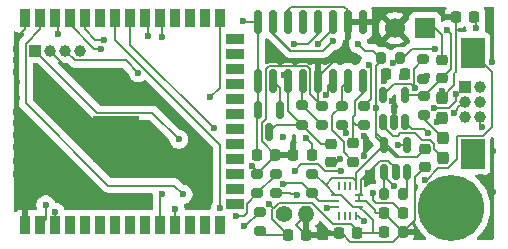
<source format=gtl>
G04 #@! TF.GenerationSoftware,KiCad,Pcbnew,9.0.1-9.0.1-0~ubuntu22.04.1*
G04 #@! TF.CreationDate,2025-06-25T02:31:38+02:00*
G04 #@! TF.ProjectId,powermeter2.1,706f7765-726d-4657-9465-72322e312e6b,rev?*
G04 #@! TF.SameCoordinates,Original*
G04 #@! TF.FileFunction,Copper,L1,Top*
G04 #@! TF.FilePolarity,Positive*
%FSLAX46Y46*%
G04 Gerber Fmt 4.6, Leading zero omitted, Abs format (unit mm)*
G04 Created by KiCad (PCBNEW 9.0.1-9.0.1-0~ubuntu22.04.1) date 2025-06-25 02:31:38*
%MOMM*%
%LPD*%
G01*
G04 APERTURE LIST*
G04 Aperture macros list*
%AMRoundRect*
0 Rectangle with rounded corners*
0 $1 Rounding radius*
0 $2 $3 $4 $5 $6 $7 $8 $9 X,Y pos of 4 corners*
0 Add a 4 corners polygon primitive as box body*
4,1,4,$2,$3,$4,$5,$6,$7,$8,$9,$2,$3,0*
0 Add four circle primitives for the rounded corners*
1,1,$1+$1,$2,$3*
1,1,$1+$1,$4,$5*
1,1,$1+$1,$6,$7*
1,1,$1+$1,$8,$9*
0 Add four rect primitives between the rounded corners*
20,1,$1+$1,$2,$3,$4,$5,0*
20,1,$1+$1,$4,$5,$6,$7,0*
20,1,$1+$1,$6,$7,$8,$9,0*
20,1,$1+$1,$8,$9,$2,$3,0*%
G04 Aperture macros list end*
G04 #@! TA.AperFunction,SMDPad,CuDef*
%ADD10RoundRect,0.200000X0.275000X-0.200000X0.275000X0.200000X-0.275000X0.200000X-0.275000X-0.200000X0*%
G04 #@! TD*
G04 #@! TA.AperFunction,ComponentPad*
%ADD11R,1.000000X1.000000*%
G04 #@! TD*
G04 #@! TA.AperFunction,ComponentPad*
%ADD12C,1.000000*%
G04 #@! TD*
G04 #@! TA.AperFunction,SMDPad,CuDef*
%ADD13RoundRect,0.200000X-0.200000X-0.275000X0.200000X-0.275000X0.200000X0.275000X-0.200000X0.275000X0*%
G04 #@! TD*
G04 #@! TA.AperFunction,SMDPad,CuDef*
%ADD14RoundRect,0.225000X-0.225000X-0.250000X0.225000X-0.250000X0.225000X0.250000X-0.225000X0.250000X0*%
G04 #@! TD*
G04 #@! TA.AperFunction,SMDPad,CuDef*
%ADD15RoundRect,0.150000X0.150000X-0.512500X0.150000X0.512500X-0.150000X0.512500X-0.150000X-0.512500X0*%
G04 #@! TD*
G04 #@! TA.AperFunction,SMDPad,CuDef*
%ADD16RoundRect,0.225000X-0.250000X0.225000X-0.250000X-0.225000X0.250000X-0.225000X0.250000X0.225000X0*%
G04 #@! TD*
G04 #@! TA.AperFunction,SMDPad,CuDef*
%ADD17RoundRect,0.237500X-0.237500X0.287500X-0.237500X-0.287500X0.237500X-0.287500X0.237500X0.287500X0*%
G04 #@! TD*
G04 #@! TA.AperFunction,SMDPad,CuDef*
%ADD18RoundRect,0.150000X0.150000X-0.850000X0.150000X0.850000X-0.150000X0.850000X-0.150000X-0.850000X0*%
G04 #@! TD*
G04 #@! TA.AperFunction,SMDPad,CuDef*
%ADD19RoundRect,0.200000X-0.275000X0.200000X-0.275000X-0.200000X0.275000X-0.200000X0.275000X0.200000X0*%
G04 #@! TD*
G04 #@! TA.AperFunction,ComponentPad*
%ADD20R,1.700000X1.700000*%
G04 #@! TD*
G04 #@! TA.AperFunction,ComponentPad*
%ADD21C,1.700000*%
G04 #@! TD*
G04 #@! TA.AperFunction,SMDPad,CuDef*
%ADD22R,0.250000X0.675000*%
G04 #@! TD*
G04 #@! TA.AperFunction,SMDPad,CuDef*
%ADD23R,0.675000X0.250000*%
G04 #@! TD*
G04 #@! TA.AperFunction,ComponentPad*
%ADD24C,1.400000*%
G04 #@! TD*
G04 #@! TA.AperFunction,ComponentPad*
%ADD25O,1.400000X1.400000*%
G04 #@! TD*
G04 #@! TA.AperFunction,ComponentPad*
%ADD26C,5.600000*%
G04 #@! TD*
G04 #@! TA.AperFunction,SMDPad,CuDef*
%ADD27RoundRect,0.225000X0.225000X0.250000X-0.225000X0.250000X-0.225000X-0.250000X0.225000X-0.250000X0*%
G04 #@! TD*
G04 #@! TA.AperFunction,SMDPad,CuDef*
%ADD28RoundRect,0.218750X0.256250X-0.218750X0.256250X0.218750X-0.256250X0.218750X-0.256250X-0.218750X0*%
G04 #@! TD*
G04 #@! TA.AperFunction,SMDPad,CuDef*
%ADD29RoundRect,0.218750X-0.218750X-0.256250X0.218750X-0.256250X0.218750X0.256250X-0.218750X0.256250X0*%
G04 #@! TD*
G04 #@! TA.AperFunction,SMDPad,CuDef*
%ADD30R,2.000000X2.500000*%
G04 #@! TD*
G04 #@! TA.AperFunction,SMDPad,CuDef*
%ADD31RoundRect,0.237500X0.237500X-0.287500X0.237500X0.287500X-0.237500X0.287500X-0.237500X-0.287500X0*%
G04 #@! TD*
G04 #@! TA.AperFunction,SMDPad,CuDef*
%ADD32R,0.900000X1.500000*%
G04 #@! TD*
G04 #@! TA.AperFunction,SMDPad,CuDef*
%ADD33R,1.500000X0.900000*%
G04 #@! TD*
G04 #@! TA.AperFunction,HeatsinkPad*
%ADD34C,0.600000*%
G04 #@! TD*
G04 #@! TA.AperFunction,HeatsinkPad*
%ADD35R,3.900000X3.900000*%
G04 #@! TD*
G04 #@! TA.AperFunction,SMDPad,CuDef*
%ADD36RoundRect,0.150000X-0.150000X0.587500X-0.150000X-0.587500X0.150000X-0.587500X0.150000X0.587500X0*%
G04 #@! TD*
G04 #@! TA.AperFunction,SMDPad,CuDef*
%ADD37RoundRect,0.225000X0.250000X-0.225000X0.250000X0.225000X-0.250000X0.225000X-0.250000X-0.225000X0*%
G04 #@! TD*
G04 #@! TA.AperFunction,ViaPad*
%ADD38C,0.600000*%
G04 #@! TD*
G04 #@! TA.AperFunction,Conductor*
%ADD39C,0.200000*%
G04 #@! TD*
G04 APERTURE END LIST*
D10*
X160315000Y-116975000D03*
X160315000Y-115325000D03*
D11*
X168880000Y-113710000D03*
D12*
X170150000Y-113710000D03*
X168880000Y-114980000D03*
X170150000Y-114980000D03*
X168880000Y-116250000D03*
X170150000Y-116250000D03*
D13*
X161750000Y-111325000D03*
X163400000Y-111325000D03*
D10*
X152875000Y-122750000D03*
X152875000Y-121100000D03*
D14*
X153875000Y-126300000D03*
X155425000Y-126300000D03*
D10*
X151300000Y-122750000D03*
X151300000Y-121100000D03*
D11*
X132500000Y-110687500D03*
D12*
X133770000Y-110687500D03*
X135040000Y-110687500D03*
X136310000Y-110687500D03*
D15*
X161925000Y-116700000D03*
X162875000Y-116700000D03*
X163825000Y-116700000D03*
X163825000Y-114425000D03*
X161925000Y-114425000D03*
D16*
X157565000Y-118550000D03*
X157565000Y-120100000D03*
X159390000Y-118500000D03*
X159390000Y-120050000D03*
D17*
X166925000Y-114650000D03*
X166925000Y-116400000D03*
D14*
X162050000Y-124425000D03*
X163600000Y-124425000D03*
X154325000Y-119500000D03*
X155875000Y-119500000D03*
D18*
X151330000Y-113225000D03*
X152600000Y-113225000D03*
X153870000Y-113225000D03*
X155140000Y-113225000D03*
X156410000Y-113225000D03*
X157680000Y-113225000D03*
X158950000Y-113225000D03*
X160220000Y-113225000D03*
X160220000Y-108225000D03*
X158950000Y-108225000D03*
X157680000Y-108225000D03*
X156410000Y-108225000D03*
X155140000Y-108225000D03*
X153870000Y-108225000D03*
X152600000Y-108225000D03*
X151330000Y-108225000D03*
D14*
X162050000Y-126025000D03*
X163600000Y-126025000D03*
D19*
X165350000Y-111400000D03*
X165350000Y-113050000D03*
D20*
X165475000Y-108750000D03*
D21*
X162935000Y-108750000D03*
D22*
X158167500Y-124620000D03*
X158667500Y-124620000D03*
X159167500Y-124620000D03*
X159667500Y-124620000D03*
D23*
X159930000Y-123857500D03*
X159930000Y-123357500D03*
X159930000Y-122857500D03*
D22*
X159667500Y-122095000D03*
X159167500Y-122095000D03*
X158667500Y-122095000D03*
X158167500Y-122095000D03*
D23*
X157905000Y-122857500D03*
X157905000Y-123357500D03*
X157905000Y-123857500D03*
D24*
X153545000Y-124525000D03*
D25*
X155445000Y-124525000D03*
D26*
X167725000Y-124000000D03*
D27*
X169650000Y-107800000D03*
X168100000Y-107800000D03*
D19*
X165375000Y-114500000D03*
X165375000Y-116150000D03*
D28*
X166900000Y-113012500D03*
X166900000Y-111437500D03*
D29*
X162187500Y-112675000D03*
X163762500Y-112675000D03*
D14*
X151240000Y-119475000D03*
X152790000Y-119475000D03*
D30*
X169525000Y-119405000D03*
X169525000Y-110845000D03*
D31*
X166975000Y-119775000D03*
X166975000Y-118025000D03*
D15*
X162050000Y-120950000D03*
X163000000Y-120950000D03*
X163950000Y-120950000D03*
X163950000Y-118675000D03*
X162050000Y-118675000D03*
D27*
X159750000Y-126075000D03*
X158200000Y-126075000D03*
D32*
X131625000Y-125412500D03*
X132895000Y-125412500D03*
X134165000Y-125412500D03*
X135435000Y-125412500D03*
X136705000Y-125412500D03*
X137975000Y-125412500D03*
X139245000Y-125412500D03*
X140515000Y-125412500D03*
X141785000Y-125412500D03*
X143055000Y-125412500D03*
X144325000Y-125412500D03*
X145595000Y-125412500D03*
X146865000Y-125412500D03*
X148135000Y-125412500D03*
D33*
X149385000Y-123647500D03*
X149385000Y-122377500D03*
X149385000Y-121107500D03*
X149385000Y-119837500D03*
X149385000Y-118567500D03*
X149385000Y-117297500D03*
X149385000Y-116027500D03*
X149385000Y-114757500D03*
X149385000Y-113487500D03*
X149385000Y-112217500D03*
X149385000Y-110947500D03*
X149385000Y-109677500D03*
D32*
X148135000Y-107912500D03*
X146865000Y-107912500D03*
X145595000Y-107912500D03*
X144325000Y-107912500D03*
X143055000Y-107912500D03*
X141785000Y-107912500D03*
X140515000Y-107912500D03*
X139245000Y-107912500D03*
X137975000Y-107912500D03*
X136705000Y-107912500D03*
X135435000Y-107912500D03*
X134165000Y-107912500D03*
X132895000Y-107912500D03*
X131625000Y-107912500D03*
D34*
X138645000Y-119562500D03*
X140045000Y-119562500D03*
X137945000Y-118862500D03*
X139345000Y-118862500D03*
X140745000Y-118862500D03*
X138645000Y-118162500D03*
D35*
X139345000Y-118162500D03*
D34*
X140045000Y-118162500D03*
X137945000Y-117462500D03*
X139345000Y-117462500D03*
X140745000Y-117462500D03*
X138645000Y-116762500D03*
X140045000Y-116762500D03*
D10*
X155875000Y-122725000D03*
X155875000Y-121075000D03*
D19*
X158415000Y-115325000D03*
X158415000Y-116975000D03*
D13*
X162000000Y-122775000D03*
X163650000Y-122775000D03*
D36*
X153240000Y-115650000D03*
X151340000Y-115650000D03*
X152290000Y-117525000D03*
D37*
X165450000Y-120550000D03*
X165450000Y-119000000D03*
D10*
X151500000Y-125950000D03*
X151500000Y-124300000D03*
X155090000Y-116950000D03*
X155090000Y-115300000D03*
X156740000Y-116975000D03*
X156740000Y-115325000D03*
D38*
X161325000Y-115534868D03*
X166239292Y-115525000D03*
X157725000Y-109825000D03*
X133375000Y-123725000D03*
X168125000Y-114324276D03*
X159800000Y-110075000D03*
X152278003Y-123607590D03*
X170288235Y-117113235D03*
X164900000Y-126375000D03*
X135400000Y-122100000D03*
X146000000Y-120525000D03*
X171225000Y-122625000D03*
X133175000Y-120800000D03*
X130875000Y-117825000D03*
X130900000Y-122400000D03*
X130875000Y-118825000D03*
X165615281Y-112784721D03*
X130875000Y-115850000D03*
X160318656Y-119557817D03*
X130875000Y-116775000D03*
X162725000Y-114892310D03*
X130900000Y-114650000D03*
X165500000Y-120550000D03*
X170225000Y-121325000D03*
X171164265Y-111635735D03*
X130875000Y-112475000D03*
X166915280Y-114084720D03*
X160672766Y-121022766D03*
X150848405Y-120431066D03*
X136400000Y-116700000D03*
X171225000Y-119175000D03*
X171025000Y-125775000D03*
X136550000Y-113400000D03*
X133775000Y-114175000D03*
X130900000Y-113275000D03*
X130875000Y-111425000D03*
X142700000Y-118925000D03*
X158304387Y-119812917D03*
X160301230Y-117875000D03*
X130875000Y-120000000D03*
X130875000Y-110525000D03*
X130825000Y-121125000D03*
X130900000Y-109525000D03*
X155365735Y-118074265D03*
X157104606Y-114429911D03*
X161083319Y-122739660D03*
X163175000Y-118675000D03*
X169775000Y-108725000D03*
X167337723Y-108914635D03*
X147599294Y-117225706D03*
X158375000Y-120856500D03*
X154450000Y-120850000D03*
X166533395Y-116734868D03*
X165750473Y-117649000D03*
X169525000Y-119405000D03*
X154610263Y-122894210D03*
X162787500Y-111737500D03*
X166300000Y-110550357D03*
X134175000Y-124325000D03*
X164613615Y-113791248D03*
X148134998Y-124025000D03*
X149500000Y-124675000D03*
X153471710Y-121924999D03*
X143225000Y-122825000D03*
X157206028Y-123957500D03*
X150200000Y-125525000D03*
X144325000Y-124100000D03*
X142050000Y-109400000D03*
X154361760Y-110074000D03*
X143175000Y-109474000D03*
X156409526Y-110074000D03*
X145000000Y-122824000D03*
X160324485Y-125100515D03*
X138326112Y-109721409D03*
X147300000Y-114625000D03*
X138089408Y-110485592D03*
X167927156Y-115946538D03*
X162867037Y-122112500D03*
X165483988Y-121577630D03*
X134450000Y-109250000D03*
X150075000Y-108175000D03*
X162022409Y-113249696D03*
X153425000Y-117950000D03*
X144650000Y-118172300D03*
X160735630Y-111837557D03*
X141200764Y-112524236D03*
X158763988Y-117654293D03*
X163575000Y-112850000D03*
X153576553Y-112701656D03*
D39*
X155924000Y-123524000D02*
X157699000Y-125299000D01*
X157618500Y-121456500D02*
X157061250Y-122013750D01*
X157699000Y-125299000D02*
X159199000Y-125299000D01*
X156875000Y-110675000D02*
X154112817Y-110675000D01*
X159930000Y-123857500D02*
X159392500Y-123857500D01*
X152702186Y-123952186D02*
X152622599Y-123952186D01*
X151850000Y-126300000D02*
X151500000Y-125950000D01*
X161325000Y-117950000D02*
X162050000Y-118675000D01*
X168125000Y-114324276D02*
X168079000Y-114370276D01*
X159667500Y-121700000D02*
X159424000Y-121456500D01*
X163288557Y-119638500D02*
X164811500Y-119638500D01*
X159667500Y-121700000D02*
X159667500Y-122095000D01*
X164811500Y-119638500D02*
X165450000Y-119000000D01*
X161049000Y-110674000D02*
X161825000Y-111450000D01*
X155875000Y-121075000D02*
X156122500Y-121075000D01*
X152622599Y-123952186D02*
X152278003Y-123607590D01*
X152600000Y-108225000D02*
X152600000Y-109224999D01*
X161324000Y-117673943D02*
X163288557Y-119638500D01*
X152544000Y-124944000D02*
X152544000Y-124110372D01*
X168079000Y-114370276D02*
X168079000Y-114944751D01*
X161825000Y-111450000D02*
X161325000Y-111950000D01*
X164811500Y-119638500D02*
X163013500Y-119638500D01*
X152702186Y-123952186D02*
X153130372Y-123524000D01*
X167498751Y-115525000D02*
X166239292Y-115525000D01*
X159975000Y-126075000D02*
X161075000Y-126075000D01*
X162050000Y-118675000D02*
X159667500Y-121057500D01*
X160100000Y-125950000D02*
X159975000Y-126075000D01*
X156122500Y-121075000D02*
X157061250Y-122013750D01*
X157725000Y-109825000D02*
X156875000Y-110675000D01*
X161075000Y-125002500D02*
X161075000Y-126075000D01*
X157061250Y-122013750D02*
X157905000Y-122857500D01*
X153900000Y-126300000D02*
X151850000Y-126300000D01*
X158392500Y-122857500D02*
X157905000Y-122857500D01*
X133375000Y-123725000D02*
X133375000Y-124932500D01*
X154112817Y-110675000D02*
X152600000Y-109162183D01*
X153130372Y-123524000D02*
X155924000Y-123524000D01*
X153900000Y-126300000D02*
X152544000Y-124944000D01*
X162000000Y-126075000D02*
X162050000Y-126025000D01*
X160511250Y-124438750D02*
X161075000Y-125002500D01*
X159199000Y-125299000D02*
X159975000Y-126075000D01*
X159424000Y-121456500D02*
X157618500Y-121456500D01*
X159667500Y-121057500D02*
X159667500Y-121700000D01*
X161324000Y-115996532D02*
X161324000Y-117673943D01*
X152600000Y-109162183D02*
X152600000Y-108199000D01*
X161049000Y-110674000D02*
X160399000Y-110674000D01*
X161075000Y-126075000D02*
X162000000Y-126075000D01*
X163013500Y-119638500D02*
X162050000Y-118675000D01*
X160399000Y-110674000D02*
X159800000Y-110075000D01*
X168079000Y-114944751D02*
X167498751Y-115525000D01*
X133375000Y-124932500D02*
X132895000Y-125412500D01*
X152544000Y-124110372D02*
X152702186Y-123952186D01*
X159392500Y-123857500D02*
X158392500Y-122857500D01*
X161325000Y-111950000D02*
X161325000Y-117950000D01*
X159930000Y-123857500D02*
X160511250Y-124438750D01*
X152600000Y-109224999D02*
X154049001Y-110674000D01*
X163600000Y-126025000D02*
X163600000Y-125975000D01*
X151300000Y-120882661D02*
X150848405Y-120431066D01*
X163600000Y-125975000D02*
X162050000Y-124425000D01*
X161286805Y-124350000D02*
X161286805Y-124149805D01*
X156740000Y-115325000D02*
X155741000Y-114326000D01*
X154171001Y-106924000D02*
X153870000Y-107225001D01*
X170150000Y-116250000D02*
X170150000Y-116975000D01*
X160093500Y-121602032D02*
X160093500Y-122694000D01*
X153870000Y-107225001D02*
X153870000Y-108225000D01*
X170150000Y-116975000D02*
X170288235Y-117113235D01*
X135600000Y-112450000D02*
X136550000Y-113400000D01*
X168077000Y-112448000D02*
X168077000Y-110050000D01*
X158017304Y-120100000D02*
X158304387Y-119812917D01*
X166925000Y-114094440D02*
X166915280Y-114084720D01*
X154575000Y-125450000D02*
X155425000Y-126300000D01*
X155445000Y-124525000D02*
X154575000Y-125395000D01*
X164624000Y-125001000D02*
X163600000Y-126025000D01*
X163600000Y-126025000D02*
X162774000Y-126851000D01*
X155741000Y-112184032D02*
X155480968Y-111924000D01*
X168077000Y-110050000D02*
X168077000Y-109940100D01*
X161361805Y-124425000D02*
X161286805Y-124350000D01*
X162050000Y-124425000D02*
X161361805Y-124425000D01*
X160494500Y-123357500D02*
X159930000Y-123357500D01*
X161286805Y-124149805D02*
X160494500Y-123357500D01*
X165450000Y-120550000D02*
X164624000Y-121376000D01*
X162875000Y-115042310D02*
X162725000Y-114892310D01*
X131625000Y-108800000D02*
X130900000Y-109525000D01*
X164624000Y-121376000D02*
X164624000Y-125001000D01*
X151999000Y-112184032D02*
X151999000Y-116417000D01*
X156410000Y-114995000D02*
X156740000Y-115325000D01*
X156150000Y-126075000D02*
X155675000Y-126075000D01*
X167975000Y-112550000D02*
X168077000Y-112448000D01*
X158950000Y-108225000D02*
X158950000Y-110313032D01*
X167975000Y-113600000D02*
X167975000Y-112550000D01*
X160672766Y-121022766D02*
X160093500Y-121602032D01*
X162390968Y-119986500D02*
X161709032Y-119986500D01*
X166925000Y-114650000D02*
X167975000Y-113600000D01*
X163000000Y-120595532D02*
X162390968Y-119986500D01*
X135532500Y-112450000D02*
X135600000Y-112450000D01*
X152259032Y-111924000D02*
X151999000Y-112184032D01*
X152790000Y-119610000D02*
X152790000Y-119475000D01*
X158950000Y-110313032D02*
X156410000Y-112853032D01*
X163000000Y-120950000D02*
X163000000Y-120595532D01*
X158425000Y-126075000D02*
X156150000Y-126075000D01*
X157565000Y-120100000D02*
X158017304Y-120100000D01*
X151641000Y-118326000D02*
X152790000Y-119475000D01*
X160301230Y-117875000D02*
X160301230Y-119540391D01*
X160220000Y-108225000D02*
X158950000Y-108225000D01*
X151999000Y-116417000D02*
X151641000Y-116775000D01*
X159930000Y-123357500D02*
X159930000Y-122857500D01*
X162774000Y-126851000D02*
X159175000Y-126851000D01*
X168100000Y-107800000D02*
X168100000Y-109917100D01*
X168100000Y-109917100D02*
X168077000Y-109940100D01*
X158425000Y-126075000D02*
X159175000Y-126825000D01*
X131625000Y-107912500D02*
X131625000Y-108800000D01*
X166925000Y-114650000D02*
X166925000Y-114094440D01*
X133770000Y-110687500D02*
X135532500Y-112450000D01*
X155741000Y-114326000D02*
X155741000Y-112184032D01*
X151300000Y-121100000D02*
X152790000Y-119610000D01*
X160093500Y-122694000D02*
X159930000Y-122857500D01*
X168077000Y-109940100D02*
X168077000Y-109950000D01*
X151300000Y-121100000D02*
X151300000Y-120882661D01*
X154575000Y-125395000D02*
X154575000Y-125450000D01*
X159175000Y-126825000D02*
X159175000Y-126851000D01*
X162875000Y-116700000D02*
X162875000Y-115042310D01*
X158950000Y-108225000D02*
X158950000Y-107225001D01*
X161709032Y-119986500D02*
X160672766Y-121022766D01*
X158648999Y-106924000D02*
X154171001Y-106924000D01*
X160301230Y-119540391D02*
X160318656Y-119557817D01*
X151641000Y-116775000D02*
X151641000Y-118326000D01*
X156410000Y-112853032D02*
X156410000Y-113225000D01*
X155480968Y-111924000D02*
X152259032Y-111924000D01*
X156410000Y-113225000D02*
X156410000Y-114995000D01*
X155450000Y-126300000D02*
X155675000Y-126075000D01*
X158950000Y-107225001D02*
X158648999Y-106924000D01*
X155875000Y-119500000D02*
X155875000Y-118583530D01*
X155875000Y-118583530D02*
X155365735Y-118074265D01*
X157230000Y-113675000D02*
X157680000Y-113225000D01*
X157230000Y-114304517D02*
X157230000Y-113675000D01*
X157104606Y-114429911D02*
X157230000Y-114304517D01*
X157639000Y-117388064D02*
X157639000Y-116101000D01*
X158415000Y-115325000D02*
X158415000Y-113760000D01*
X158614000Y-118363064D02*
X157639000Y-117388064D01*
X158614000Y-119274000D02*
X158614000Y-118363064D01*
X158415000Y-113760000D02*
X158950000Y-113225000D01*
X157639000Y-116101000D02*
X158415000Y-115325000D01*
X159390000Y-120050000D02*
X158614000Y-119274000D01*
X159665000Y-116975000D02*
X160315000Y-116975000D01*
X159390000Y-116250000D02*
X159390000Y-116700000D01*
X160220000Y-113225000D02*
X160220000Y-114230936D01*
X159525000Y-114925936D02*
X159525000Y-116115000D01*
X159390000Y-116700000D02*
X159665000Y-116975000D01*
X159525000Y-116115000D02*
X159390000Y-116250000D01*
X159390000Y-116700000D02*
X159390000Y-118500000D01*
X160220000Y-114230936D02*
X159525000Y-114925936D01*
X160315000Y-113320000D02*
X160220000Y-113225000D01*
X161330311Y-123575000D02*
X162750000Y-123575000D01*
X161083319Y-122739660D02*
X161083319Y-123328008D01*
X162750000Y-123575000D02*
X163600000Y-124425000D01*
X163950000Y-118675000D02*
X163175000Y-118675000D01*
X161083319Y-123328008D02*
X161330311Y-123575000D01*
X165375000Y-114500000D02*
X165412500Y-114500000D01*
X167676000Y-112236500D02*
X166900000Y-113012500D01*
X167676000Y-109774000D02*
X167676000Y-109252912D01*
X167676000Y-109252912D02*
X167337723Y-108914635D01*
X163825000Y-114425000D02*
X165300000Y-114425000D01*
X165300000Y-114425000D02*
X165375000Y-114500000D01*
X169775000Y-108725000D02*
X169775000Y-107925000D01*
X165412500Y-114500000D02*
X166900000Y-113012500D01*
X167676000Y-109774000D02*
X167676000Y-112236500D01*
X169775000Y-107925000D02*
X169650000Y-107800000D01*
X165375000Y-116425000D02*
X166975000Y-118025000D01*
X165375000Y-116150000D02*
X165375000Y-116425000D01*
X166226000Y-118550890D02*
X166226000Y-119026000D01*
X161925000Y-116700000D02*
X161925000Y-117054468D01*
X161925000Y-117054468D02*
X162745542Y-117875010D01*
X165924110Y-118249000D02*
X165251000Y-118249000D01*
X166226000Y-118550890D02*
X165924110Y-118249000D01*
X165251000Y-118249000D02*
X164665500Y-117663500D01*
X166226000Y-119026000D02*
X166975000Y-119775000D01*
X162745542Y-117875010D02*
X163179554Y-117875010D01*
X163391064Y-117663500D02*
X164225000Y-117663500D01*
X164665500Y-117663500D02*
X164225000Y-117663500D01*
X163179554Y-117875010D02*
X163391064Y-117663500D01*
X140515000Y-107912500D02*
X140515000Y-110141412D01*
X154450000Y-120850000D02*
X155024000Y-120276000D01*
X166590132Y-116734868D02*
X166925000Y-116400000D01*
X157005245Y-120856500D02*
X158375000Y-120856500D01*
X140515000Y-110141412D02*
X147599294Y-117225706D01*
X155024000Y-120276000D02*
X156424745Y-120276000D01*
X156424745Y-120276000D02*
X157005245Y-120856500D01*
X166533395Y-116734868D02*
X166590132Y-116734868D01*
X165750473Y-117649000D02*
X165363973Y-117262500D01*
X154491053Y-122775000D02*
X154100000Y-122775000D01*
X164387500Y-117262500D02*
X163825000Y-116700000D01*
X154100000Y-122775000D02*
X154075000Y-122750000D01*
X165363973Y-117262500D02*
X164387500Y-117262500D01*
X154075000Y-122750000D02*
X152875000Y-122750000D01*
X154610263Y-122894210D02*
X154491053Y-122775000D01*
X153240000Y-113865000D02*
X152600000Y-113225000D01*
X153240000Y-115650000D02*
X153240000Y-113865000D01*
X155090000Y-113275000D02*
X155140000Y-113225000D01*
X155090000Y-115300000D02*
X155090000Y-113275000D01*
X155090000Y-115300000D02*
X156740000Y-116950000D01*
X156740000Y-116950000D02*
X156740000Y-116975000D01*
X163950000Y-122475000D02*
X163650000Y-122775000D01*
X163950000Y-120950000D02*
X163950000Y-122475000D01*
X163075000Y-111450000D02*
X163475000Y-111450000D01*
X164374643Y-110550357D02*
X166300000Y-110550357D01*
X163475000Y-111450000D02*
X164374643Y-110550357D01*
X162787500Y-111737500D02*
X163075000Y-111450000D01*
X134175000Y-125402500D02*
X134165000Y-125412500D01*
X134175000Y-124325000D02*
X134175000Y-125402500D01*
X164574000Y-113751633D02*
X164613615Y-113791248D01*
X165350000Y-111400000D02*
X164574000Y-112176000D01*
X162888500Y-113461500D02*
X161925000Y-114425000D01*
X164613615Y-113791248D02*
X164283867Y-113461500D01*
X164283867Y-113461500D02*
X162888500Y-113461500D01*
X165350000Y-111400000D02*
X164950000Y-111400000D01*
X164574000Y-112176000D02*
X164574000Y-113751633D01*
X148134998Y-124025000D02*
X148134998Y-118609940D01*
X139245000Y-109719942D02*
X139245000Y-107912500D01*
X148134998Y-118609940D02*
X139245000Y-109719942D01*
X150436000Y-124398500D02*
X150159500Y-124675000D01*
X150436000Y-123614000D02*
X150436000Y-124398500D01*
X152875000Y-121175000D02*
X151300000Y-122750000D01*
X150159500Y-124675000D02*
X149500000Y-124675000D01*
X151300000Y-122750000D02*
X150436000Y-123614000D01*
X139245000Y-108862500D02*
X139245000Y-107912500D01*
X152875000Y-121100000D02*
X152875000Y-121175000D01*
X143225000Y-122825000D02*
X143055000Y-122995000D01*
X153719903Y-121924999D02*
X153744902Y-121900000D01*
X155875000Y-122725000D02*
X156507500Y-123357500D01*
X156507500Y-123357500D02*
X157905000Y-123357500D01*
X153744902Y-121900000D02*
X155050000Y-121900000D01*
X143055000Y-122995000D02*
X143055000Y-125412500D01*
X153471710Y-121924999D02*
X153719903Y-121924999D01*
X155050000Y-121900000D02*
X155875000Y-122725000D01*
X157306028Y-123857500D02*
X157206028Y-123957500D01*
X157905000Y-123857500D02*
X157306028Y-123857500D01*
X150200000Y-125525000D02*
X150275000Y-125525000D01*
X144325000Y-124100000D02*
X144325000Y-125412500D01*
X150275000Y-125525000D02*
X151500000Y-124300000D01*
X156410000Y-108225000D02*
X156410000Y-109224999D01*
X154355816Y-110074000D02*
X154361760Y-110074000D01*
X155560999Y-110074000D02*
X154355816Y-110074000D01*
X142050000Y-109400000D02*
X142050000Y-108177500D01*
X142050000Y-108177500D02*
X141785000Y-107912500D01*
X156410000Y-109224999D02*
X155560999Y-110074000D01*
X143175000Y-108032500D02*
X143055000Y-107912500D01*
X157680000Y-108225000D02*
X157680000Y-108803526D01*
X143175000Y-109474000D02*
X143175000Y-108032500D01*
X157680000Y-108803526D02*
X156409526Y-110074000D01*
X138684500Y-122084500D02*
X131699000Y-115099000D01*
X131699000Y-110058500D02*
X132895000Y-108862500D01*
X144260500Y-122084500D02*
X138684500Y-122084500D01*
X132895000Y-108862500D02*
X132895000Y-107912500D01*
X132875000Y-107932500D02*
X132895000Y-107912500D01*
X159667500Y-124620000D02*
X159843970Y-124620000D01*
X145000000Y-122824000D02*
X144260500Y-122084500D01*
X131699000Y-115099000D02*
X131699000Y-110058500D01*
X159843970Y-124620000D02*
X160324485Y-125100515D01*
X138326112Y-109721409D02*
X137563909Y-109721409D01*
X136705000Y-108862500D02*
X136705000Y-107912500D01*
X137563909Y-109721409D02*
X136705000Y-108862500D01*
X148100000Y-113825000D02*
X148100000Y-111831738D01*
X148125000Y-110825000D02*
X148135000Y-110815000D01*
X148135000Y-110815000D02*
X148135000Y-107912500D01*
X148100000Y-111831738D02*
X148125000Y-111806738D01*
X147300000Y-114625000D02*
X148100000Y-113825000D01*
X148125000Y-111806738D02*
X148125000Y-110825000D01*
X168228881Y-115644813D02*
X168228881Y-115525000D01*
X167927156Y-115946538D02*
X168228881Y-115644813D01*
X168228881Y-115525000D02*
X168773881Y-114980000D01*
X135435000Y-108431000D02*
X135435000Y-107912500D01*
X168773881Y-114980000D02*
X168880000Y-114980000D01*
X138089408Y-110485592D02*
X137489592Y-110485592D01*
X137489592Y-110485592D02*
X135435000Y-108431000D01*
X166900000Y-111437500D02*
X166900000Y-109325000D01*
X166900000Y-109325000D02*
X166325000Y-108750000D01*
X166325000Y-108750000D02*
X165475000Y-108750000D01*
X162668037Y-121913500D02*
X162867037Y-122112500D01*
X162050000Y-121304468D02*
X162659032Y-121913500D01*
X171150000Y-112470000D02*
X169525000Y-110845000D01*
X162050000Y-122725000D02*
X162000000Y-122775000D01*
X162659032Y-121913500D02*
X162668037Y-121913500D01*
X162050000Y-120950000D02*
X162050000Y-121304468D01*
X166624110Y-120601000D02*
X167442134Y-120601000D01*
X171150000Y-117100000D02*
X171150000Y-112470000D01*
X165483988Y-121577630D02*
X165647480Y-121577630D01*
X162050000Y-120950000D02*
X162050000Y-122725000D01*
X168224000Y-117854000D02*
X170396000Y-117854000D01*
X170396000Y-117854000D02*
X171150000Y-117100000D01*
X165647480Y-121577630D02*
X166624110Y-120601000D01*
X168224000Y-119819134D02*
X168224000Y-117854000D01*
X167442134Y-120601000D02*
X168224000Y-119819134D01*
X151340000Y-113235000D02*
X151330000Y-113225000D01*
X151240000Y-119475000D02*
X151240000Y-115750000D01*
X151330000Y-108225000D02*
X151330000Y-113225000D01*
X134450000Y-108197500D02*
X134165000Y-107912500D01*
X151330000Y-108225000D02*
X150125000Y-108225000D01*
X150125000Y-108225000D02*
X150075000Y-108175000D01*
X151340000Y-115650000D02*
X151340000Y-113235000D01*
X151240000Y-115750000D02*
X151340000Y-115650000D01*
X134450000Y-109250000D02*
X134450000Y-108197500D01*
X132500000Y-110687500D02*
X137724000Y-115911500D01*
X162187500Y-113084605D02*
X162022409Y-113249696D01*
X162187500Y-112750000D02*
X162187500Y-113084605D01*
X142389200Y-115911500D02*
X144650000Y-118172300D01*
X137724000Y-115911500D02*
X142389200Y-115911500D01*
X140165028Y-111488500D02*
X141200764Y-112524236D01*
X140125000Y-111488500D02*
X140165028Y-111488500D01*
X135040000Y-110687500D02*
X135841000Y-111488500D01*
X160735630Y-111837557D02*
X160875000Y-111976927D01*
X160875000Y-114765000D02*
X160315000Y-115325000D01*
X160875000Y-111976927D02*
X160875000Y-114765000D01*
X135841000Y-111488500D02*
X140125000Y-111488500D01*
X158763988Y-117654293D02*
X158763988Y-117323988D01*
X158763988Y-117323988D02*
X158415000Y-116975000D01*
X153870000Y-115730000D02*
X153870000Y-113225000D01*
X163675000Y-112750000D02*
X163575000Y-112850000D01*
X152865000Y-116950000D02*
X155090000Y-116950000D01*
X155090000Y-116950000D02*
X153870000Y-115730000D01*
X152290000Y-117525000D02*
X152865000Y-116950000D01*
X156690000Y-118550000D02*
X157565000Y-118550000D01*
X155090000Y-116950000D02*
X156690000Y-118550000D01*
X163762500Y-112750000D02*
X163675000Y-112750000D01*
G04 #@! TA.AperFunction,Conductor*
G36*
X155695000Y-125783638D02*
G01*
X155675315Y-125850677D01*
X155675000Y-125851067D01*
X155675000Y-126050000D01*
X156374999Y-126050000D01*
X156374999Y-126001692D01*
X156374998Y-126001677D01*
X156364855Y-125902392D01*
X156311547Y-125741518D01*
X156311542Y-125741507D01*
X156218782Y-125591121D01*
X156220216Y-125590235D01*
X156197414Y-125533718D01*
X156210452Y-125465075D01*
X156233139Y-125433916D01*
X156360311Y-125306744D01*
X156471331Y-125153936D01*
X156472617Y-125151413D01*
X156473362Y-125150623D01*
X156473877Y-125149784D01*
X156474053Y-125149892D01*
X156520589Y-125100614D01*
X156588409Y-125083815D01*
X156654545Y-125106350D01*
X156670786Y-125120021D01*
X157214203Y-125663438D01*
X157215577Y-125664814D01*
X157217363Y-125668091D01*
X157221717Y-125671672D01*
X157221727Y-125671684D01*
X157220073Y-125673062D01*
X157232297Y-125695488D01*
X157248998Y-125726073D01*
X157249001Y-125726132D01*
X157249017Y-125726161D01*
X157249009Y-125726270D01*
X157251190Y-125765032D01*
X157250000Y-125776672D01*
X157250000Y-125825000D01*
X157375834Y-125825000D01*
X157437834Y-125841613D01*
X157467215Y-125858577D01*
X157619943Y-125899500D01*
X158076000Y-125899500D01*
X158084685Y-125902050D01*
X158093647Y-125900762D01*
X158117687Y-125911740D01*
X158143039Y-125919185D01*
X158148966Y-125926025D01*
X158157203Y-125929787D01*
X158171492Y-125952021D01*
X158188794Y-125971989D01*
X158191081Y-125982503D01*
X158194977Y-125988565D01*
X158200000Y-126023500D01*
X158200000Y-126201000D01*
X158180315Y-126268039D01*
X158127511Y-126313794D01*
X158076000Y-126325000D01*
X157250001Y-126325000D01*
X157250001Y-126373322D01*
X157260144Y-126472607D01*
X157281315Y-126536496D01*
X157283717Y-126606324D01*
X157247985Y-126666366D01*
X157185465Y-126697559D01*
X157163609Y-126699500D01*
X156499000Y-126699500D01*
X156431961Y-126679815D01*
X156386206Y-126627011D01*
X156375000Y-126575500D01*
X156375000Y-126550000D01*
X155549000Y-126550000D01*
X155481961Y-126530315D01*
X155436206Y-126477511D01*
X155425000Y-126426000D01*
X155425000Y-126300000D01*
X155299000Y-126300000D01*
X155231961Y-126280315D01*
X155186206Y-126227511D01*
X155175000Y-126176000D01*
X155175000Y-125266362D01*
X155194685Y-125199323D01*
X155195000Y-125198932D01*
X155195000Y-124769975D01*
X155230095Y-124805070D01*
X155309905Y-124851148D01*
X155398922Y-124875000D01*
X155491078Y-124875000D01*
X155580095Y-124851148D01*
X155659905Y-124805070D01*
X155695000Y-124769975D01*
X155695000Y-125783638D01*
G37*
G04 #@! TD.AperFunction*
G04 #@! TA.AperFunction,Conductor*
G36*
X164531496Y-125064443D02*
G01*
X164539352Y-125064147D01*
X164563087Y-125078166D01*
X164588373Y-125089151D01*
X164593508Y-125096134D01*
X164599512Y-125099681D01*
X164606867Y-125114303D01*
X164623485Y-125136903D01*
X164729487Y-125392815D01*
X164737786Y-125412849D01*
X164737788Y-125412854D01*
X164890646Y-125698830D01*
X164890657Y-125698848D01*
X165070811Y-125968467D01*
X165070821Y-125968481D01*
X165276546Y-126219158D01*
X165505841Y-126448453D01*
X165543851Y-126479647D01*
X165583185Y-126537392D01*
X165585056Y-126607237D01*
X165548869Y-126667005D01*
X165486113Y-126697721D01*
X165465186Y-126699500D01*
X164619823Y-126699500D01*
X164552784Y-126679815D01*
X164507029Y-126627011D01*
X164497085Y-126557853D01*
X164502117Y-126536496D01*
X164539855Y-126422607D01*
X164549999Y-126323322D01*
X164550000Y-126323309D01*
X164550000Y-126275000D01*
X163724000Y-126275000D01*
X163656961Y-126255315D01*
X163611206Y-126202511D01*
X163600000Y-126151000D01*
X163600000Y-125899000D01*
X163619685Y-125831961D01*
X163672489Y-125786206D01*
X163724000Y-125775000D01*
X164549999Y-125775000D01*
X164549999Y-125726692D01*
X164549998Y-125726677D01*
X164539855Y-125627392D01*
X164486547Y-125466518D01*
X164486542Y-125466507D01*
X164397575Y-125322271D01*
X164397572Y-125322267D01*
X164388339Y-125313034D01*
X164387300Y-125311131D01*
X164385432Y-125310028D01*
X164370628Y-125280600D01*
X164354854Y-125251711D01*
X164355008Y-125249548D01*
X164354034Y-125247611D01*
X164357489Y-125214861D01*
X164359838Y-125182019D01*
X164361208Y-125179606D01*
X164361365Y-125178127D01*
X164365989Y-125171191D01*
X164379315Y-125147738D01*
X164383547Y-125142464D01*
X164397968Y-125128044D01*
X164407419Y-125112721D01*
X164412219Y-125106741D01*
X164434833Y-125090972D01*
X164455327Y-125072538D01*
X164463083Y-125071275D01*
X164469532Y-125066779D01*
X164497085Y-125065740D01*
X164524289Y-125061312D01*
X164531496Y-125064443D01*
G37*
G04 #@! TD.AperFunction*
G04 #@! TA.AperFunction,Conductor*
G36*
X171218834Y-117982914D02*
G01*
X171274767Y-118024786D01*
X171299184Y-118090250D01*
X171299500Y-118099096D01*
X171299500Y-126575500D01*
X171279815Y-126642539D01*
X171227011Y-126688294D01*
X171175500Y-126699500D01*
X169984814Y-126699500D01*
X169917775Y-126679815D01*
X169872020Y-126627011D01*
X169862076Y-126557853D01*
X169891101Y-126494297D01*
X169906149Y-126479647D01*
X169914727Y-126472607D01*
X169944153Y-126448458D01*
X170173458Y-126219153D01*
X170379183Y-125968476D01*
X170559347Y-125698842D01*
X170712215Y-125412847D01*
X170836314Y-125113246D01*
X170930449Y-124802923D01*
X170930451Y-124802913D01*
X170930454Y-124802902D01*
X170974401Y-124581961D01*
X170993714Y-124484868D01*
X171025500Y-124162143D01*
X171025500Y-123837857D01*
X170993714Y-123515132D01*
X170957742Y-123334288D01*
X170930454Y-123197097D01*
X170930451Y-123197086D01*
X170930450Y-123197083D01*
X170930449Y-123197077D01*
X170836314Y-122886754D01*
X170712215Y-122587153D01*
X170692784Y-122550801D01*
X170559353Y-122301169D01*
X170559352Y-122301167D01*
X170559347Y-122301158D01*
X170379183Y-122031524D01*
X170173458Y-121780847D01*
X170173457Y-121780846D01*
X170173453Y-121780841D01*
X169944158Y-121551546D01*
X169729465Y-121375352D01*
X169690131Y-121317607D01*
X169688260Y-121247762D01*
X169724448Y-121187994D01*
X169787203Y-121157278D01*
X169808130Y-121155499D01*
X170572871Y-121155499D01*
X170572872Y-121155499D01*
X170632483Y-121149091D01*
X170767331Y-121098796D01*
X170882546Y-121012546D01*
X170968796Y-120897331D01*
X171019091Y-120762483D01*
X171025500Y-120702873D01*
X171025499Y-118125096D01*
X171034143Y-118095656D01*
X171040667Y-118065670D01*
X171044421Y-118060654D01*
X171045184Y-118058058D01*
X171061818Y-118037416D01*
X171087819Y-118011415D01*
X171149142Y-117977930D01*
X171218834Y-117982914D01*
G37*
G04 #@! TD.AperFunction*
G04 #@! TA.AperFunction,Conductor*
G36*
X130848312Y-109042521D02*
G01*
X130932910Y-109105852D01*
X130932913Y-109105854D01*
X131067620Y-109156096D01*
X131067627Y-109156098D01*
X131127155Y-109162499D01*
X131127172Y-109162500D01*
X131446402Y-109162500D01*
X131513441Y-109182185D01*
X131559196Y-109234989D01*
X131569140Y-109304147D01*
X131540115Y-109367703D01*
X131534083Y-109374181D01*
X131218481Y-109689782D01*
X131218479Y-109689785D01*
X131197890Y-109725447D01*
X131173973Y-109766873D01*
X131139423Y-109826715D01*
X131098499Y-109979443D01*
X131098499Y-109979445D01*
X131098499Y-110147546D01*
X131098500Y-110147559D01*
X131098500Y-115012330D01*
X131098499Y-115012348D01*
X131098499Y-115178054D01*
X131098498Y-115178054D01*
X131139423Y-115330785D01*
X131147702Y-115345124D01*
X131147703Y-115345126D01*
X131218477Y-115467712D01*
X131218481Y-115467717D01*
X131337349Y-115586585D01*
X131337355Y-115586590D01*
X138199639Y-122448874D01*
X138199649Y-122448885D01*
X138203979Y-122453215D01*
X138203980Y-122453216D01*
X138315784Y-122565020D01*
X138397281Y-122612072D01*
X138452715Y-122644077D01*
X138605443Y-122685001D01*
X138605446Y-122685001D01*
X138771153Y-122685001D01*
X138771169Y-122685000D01*
X142300500Y-122685000D01*
X142367539Y-122704685D01*
X142413294Y-122757489D01*
X142424500Y-122809000D01*
X142424500Y-122903842D01*
X142424500Y-122903844D01*
X142424499Y-122903844D01*
X142452116Y-123042675D01*
X142454499Y-123066860D01*
X142454500Y-123084052D01*
X142454499Y-123084053D01*
X142454500Y-123084059D01*
X142454500Y-124042406D01*
X142434815Y-124109445D01*
X142382011Y-124155200D01*
X142317247Y-124165695D01*
X142282873Y-124162000D01*
X142282865Y-124162000D01*
X141287129Y-124162000D01*
X141287123Y-124162001D01*
X141227518Y-124168408D01*
X141193331Y-124181159D01*
X141123639Y-124186142D01*
X141106669Y-124181159D01*
X141089140Y-124174621D01*
X141072483Y-124168409D01*
X141072482Y-124168408D01*
X141012883Y-124162001D01*
X141012881Y-124162000D01*
X141012873Y-124162000D01*
X141012864Y-124162000D01*
X140017129Y-124162000D01*
X140017123Y-124162001D01*
X139957518Y-124168408D01*
X139923331Y-124181159D01*
X139853639Y-124186142D01*
X139836669Y-124181159D01*
X139819140Y-124174621D01*
X139802483Y-124168409D01*
X139802482Y-124168408D01*
X139742883Y-124162001D01*
X139742881Y-124162000D01*
X139742873Y-124162000D01*
X139742864Y-124162000D01*
X138747129Y-124162000D01*
X138747123Y-124162001D01*
X138687518Y-124168408D01*
X138653331Y-124181159D01*
X138583639Y-124186142D01*
X138566669Y-124181159D01*
X138549140Y-124174621D01*
X138532483Y-124168409D01*
X138532482Y-124168408D01*
X138472883Y-124162001D01*
X138472881Y-124162000D01*
X138472873Y-124162000D01*
X138472864Y-124162000D01*
X137477129Y-124162000D01*
X137477123Y-124162001D01*
X137417518Y-124168408D01*
X137383331Y-124181159D01*
X137313639Y-124186142D01*
X137296669Y-124181159D01*
X137279140Y-124174621D01*
X137262483Y-124168409D01*
X137262482Y-124168408D01*
X137202883Y-124162001D01*
X137202881Y-124162000D01*
X137202873Y-124162000D01*
X137202864Y-124162000D01*
X136207129Y-124162000D01*
X136207123Y-124162001D01*
X136147518Y-124168408D01*
X136113331Y-124181159D01*
X136043639Y-124186142D01*
X136026669Y-124181159D01*
X136009140Y-124174621D01*
X135992483Y-124168409D01*
X135992482Y-124168408D01*
X135932883Y-124162001D01*
X135932881Y-124162000D01*
X135932873Y-124162000D01*
X135932865Y-124162000D01*
X135056792Y-124162000D01*
X134989753Y-124142315D01*
X134943998Y-124089511D01*
X134942231Y-124085452D01*
X134884397Y-123945827D01*
X134884390Y-123945814D01*
X134796789Y-123814711D01*
X134796786Y-123814707D01*
X134685292Y-123703213D01*
X134685288Y-123703210D01*
X134554185Y-123615609D01*
X134554172Y-123615602D01*
X134408501Y-123555264D01*
X134408489Y-123555261D01*
X134253845Y-123524500D01*
X134253842Y-123524500D01*
X134241259Y-123524500D01*
X134174220Y-123504815D01*
X134128465Y-123452011D01*
X134126698Y-123447952D01*
X134084397Y-123345827D01*
X134084390Y-123345814D01*
X133996789Y-123214711D01*
X133996786Y-123214707D01*
X133885292Y-123103213D01*
X133885288Y-123103210D01*
X133754185Y-123015609D01*
X133754172Y-123015602D01*
X133608501Y-122955264D01*
X133608489Y-122955261D01*
X133453845Y-122924500D01*
X133453842Y-122924500D01*
X133296158Y-122924500D01*
X133296155Y-122924500D01*
X133141510Y-122955261D01*
X133141498Y-122955264D01*
X132995827Y-123015602D01*
X132995814Y-123015609D01*
X132864711Y-123103210D01*
X132864707Y-123103213D01*
X132753213Y-123214707D01*
X132753210Y-123214711D01*
X132665609Y-123345814D01*
X132665602Y-123345827D01*
X132605264Y-123491498D01*
X132605261Y-123491510D01*
X132574500Y-123646153D01*
X132574500Y-123803846D01*
X132605261Y-123958489D01*
X132605263Y-123958497D01*
X132618539Y-123990549D01*
X132621338Y-124016595D01*
X132627914Y-124041957D01*
X132625013Y-124050783D01*
X132626006Y-124060019D01*
X132614280Y-124083443D01*
X132606100Y-124108335D01*
X132598888Y-124114191D01*
X132594731Y-124122497D01*
X132572199Y-124135865D01*
X132551862Y-124152381D01*
X132540523Y-124154658D01*
X132534641Y-124158149D01*
X132517698Y-124161239D01*
X132510857Y-124162000D01*
X132397128Y-124162001D01*
X132337517Y-124168409D01*
X132288248Y-124186784D01*
X132273006Y-124188482D01*
X132253093Y-124184966D01*
X132232925Y-124186409D01*
X132215952Y-124181425D01*
X132182379Y-124168903D01*
X132182372Y-124168901D01*
X132122844Y-124162500D01*
X131875000Y-124162500D01*
X131875000Y-125288500D01*
X131855315Y-125355539D01*
X131802511Y-125401294D01*
X131751000Y-125412500D01*
X131499000Y-125412500D01*
X131431961Y-125392815D01*
X131386206Y-125340011D01*
X131375000Y-125288500D01*
X131375000Y-124162500D01*
X131127155Y-124162500D01*
X131067627Y-124168901D01*
X131067620Y-124168903D01*
X130932913Y-124219145D01*
X130932906Y-124219149D01*
X130848311Y-124282478D01*
X130782847Y-124306896D01*
X130714574Y-124292045D01*
X130665168Y-124242640D01*
X130650000Y-124183212D01*
X130650000Y-109141787D01*
X130669685Y-109074748D01*
X130722489Y-109028993D01*
X130791647Y-109019049D01*
X130848312Y-109042521D01*
G37*
G04 #@! TD.AperFunction*
G04 #@! TA.AperFunction,Conductor*
G36*
X134578300Y-111579191D02*
G01*
X134748165Y-111649551D01*
X134748169Y-111649551D01*
X134748170Y-111649552D01*
X134941456Y-111688000D01*
X135139903Y-111688000D01*
X135169343Y-111696644D01*
X135199330Y-111703168D01*
X135204345Y-111706922D01*
X135206942Y-111707685D01*
X135227583Y-111724318D01*
X135356139Y-111852874D01*
X135356149Y-111852885D01*
X135360479Y-111857215D01*
X135360480Y-111857216D01*
X135472284Y-111969020D01*
X135550101Y-112013947D01*
X135609215Y-112048077D01*
X135761943Y-112089000D01*
X139864931Y-112089000D01*
X139931970Y-112108685D01*
X139952612Y-112125319D01*
X140366189Y-112538896D01*
X140399674Y-112600219D01*
X140400125Y-112602385D01*
X140431025Y-112757727D01*
X140431028Y-112757737D01*
X140491366Y-112903408D01*
X140491373Y-112903421D01*
X140578974Y-113034524D01*
X140578977Y-113034528D01*
X140690471Y-113146022D01*
X140690475Y-113146025D01*
X140821578Y-113233626D01*
X140821591Y-113233633D01*
X140935848Y-113280959D01*
X140967267Y-113293973D01*
X141121917Y-113324735D01*
X141121920Y-113324736D01*
X141121922Y-113324736D01*
X141279608Y-113324736D01*
X141279609Y-113324735D01*
X141434261Y-113293973D01*
X141579943Y-113233630D01*
X141692856Y-113158184D01*
X141759533Y-113137306D01*
X141826913Y-113155790D01*
X141849428Y-113173605D01*
X147498179Y-118822356D01*
X147531664Y-118883679D01*
X147534498Y-118910037D01*
X147534498Y-123445234D01*
X147514813Y-123512273D01*
X147513600Y-123514125D01*
X147425607Y-123645814D01*
X147425600Y-123645827D01*
X147365262Y-123791498D01*
X147365259Y-123791510D01*
X147334498Y-123946153D01*
X147334498Y-124038000D01*
X147314813Y-124105039D01*
X147262009Y-124150794D01*
X147210498Y-124162000D01*
X146367129Y-124162000D01*
X146367123Y-124162001D01*
X146307518Y-124168408D01*
X146273331Y-124181159D01*
X146203639Y-124186142D01*
X146186669Y-124181159D01*
X146169140Y-124174621D01*
X146152483Y-124168409D01*
X146152482Y-124168408D01*
X146092883Y-124162001D01*
X146092881Y-124162000D01*
X146092873Y-124162000D01*
X146092865Y-124162000D01*
X145249500Y-124162000D01*
X145182461Y-124142315D01*
X145136706Y-124089511D01*
X145125500Y-124038000D01*
X145125500Y-124021155D01*
X145125499Y-124021153D01*
X145110580Y-123946153D01*
X145094737Y-123866503D01*
X145082872Y-123837857D01*
X145058738Y-123779592D01*
X145051269Y-123710123D01*
X145082544Y-123647644D01*
X145142634Y-123611992D01*
X145149067Y-123610531D01*
X145233497Y-123593737D01*
X145379179Y-123533394D01*
X145510289Y-123445789D01*
X145621789Y-123334289D01*
X145709394Y-123203179D01*
X145769737Y-123057497D01*
X145800500Y-122902842D01*
X145800500Y-122745158D01*
X145800500Y-122745155D01*
X145800499Y-122745153D01*
X145786511Y-122674831D01*
X145769737Y-122590503D01*
X145748811Y-122539983D01*
X145709397Y-122444827D01*
X145709390Y-122444814D01*
X145621789Y-122313711D01*
X145621786Y-122313707D01*
X145510292Y-122202213D01*
X145510288Y-122202210D01*
X145379185Y-122114609D01*
X145379172Y-122114602D01*
X145233501Y-122054264D01*
X145233491Y-122054261D01*
X145078149Y-122023361D01*
X145016238Y-121990976D01*
X145014660Y-121989425D01*
X144748090Y-121722855D01*
X144748088Y-121722852D01*
X144629217Y-121603981D01*
X144629209Y-121603975D01*
X144524836Y-121543716D01*
X144524835Y-121543715D01*
X144524835Y-121543716D01*
X144492285Y-121524923D01*
X144339557Y-121483999D01*
X144181443Y-121483999D01*
X144173847Y-121483999D01*
X144173831Y-121484000D01*
X138984597Y-121484000D01*
X138917558Y-121464315D01*
X138896916Y-121447681D01*
X132335819Y-114886584D01*
X132302334Y-114825261D01*
X132299500Y-114798903D01*
X132299500Y-111811999D01*
X132302050Y-111803313D01*
X132300762Y-111794352D01*
X132311740Y-111770311D01*
X132319185Y-111744960D01*
X132326025Y-111739032D01*
X132329787Y-111730796D01*
X132352021Y-111716506D01*
X132371989Y-111699205D01*
X132382503Y-111696917D01*
X132388565Y-111693022D01*
X132423500Y-111687999D01*
X132599902Y-111687999D01*
X132666941Y-111707684D01*
X132687582Y-111724317D01*
X137355284Y-116392020D01*
X137355286Y-116392021D01*
X137355290Y-116392024D01*
X137477187Y-116462400D01*
X137492216Y-116471077D01*
X137644943Y-116512001D01*
X137644945Y-116512001D01*
X137810654Y-116512001D01*
X137810670Y-116512000D01*
X142089103Y-116512000D01*
X142156142Y-116531685D01*
X142176784Y-116548319D01*
X143815425Y-118186960D01*
X143848910Y-118248283D01*
X143849361Y-118250449D01*
X143880261Y-118405791D01*
X143880264Y-118405801D01*
X143940602Y-118551472D01*
X143940609Y-118551485D01*
X144028210Y-118682588D01*
X144028213Y-118682592D01*
X144139707Y-118794086D01*
X144139711Y-118794089D01*
X144270814Y-118881690D01*
X144270827Y-118881697D01*
X144354375Y-118916303D01*
X144416503Y-118942037D01*
X144571153Y-118972799D01*
X144571156Y-118972800D01*
X144571158Y-118972800D01*
X144728844Y-118972800D01*
X144728845Y-118972799D01*
X144883497Y-118942037D01*
X145029179Y-118881694D01*
X145160289Y-118794089D01*
X145271789Y-118682589D01*
X145359394Y-118551479D01*
X145419737Y-118405797D01*
X145450500Y-118251142D01*
X145450500Y-118093458D01*
X145450500Y-118093455D01*
X145450499Y-118093453D01*
X145436840Y-118024786D01*
X145419737Y-117938803D01*
X145407241Y-117908634D01*
X145359397Y-117793127D01*
X145359390Y-117793114D01*
X145271789Y-117662011D01*
X145271786Y-117662007D01*
X145160292Y-117550513D01*
X145160288Y-117550510D01*
X145029185Y-117462909D01*
X145029172Y-117462902D01*
X144883501Y-117402564D01*
X144883491Y-117402561D01*
X144728149Y-117371661D01*
X144666238Y-117339276D01*
X144664660Y-117337725D01*
X142876790Y-115549855D01*
X142876788Y-115549852D01*
X142757917Y-115430981D01*
X142757916Y-115430980D01*
X142652421Y-115370073D01*
X142652420Y-115370072D01*
X142620983Y-115351922D01*
X142555552Y-115334390D01*
X142468257Y-115310999D01*
X142310143Y-115310999D01*
X142302547Y-115310999D01*
X142302531Y-115311000D01*
X138024098Y-115311000D01*
X137957059Y-115291315D01*
X137936417Y-115274681D01*
X134443170Y-111781434D01*
X134409685Y-111720111D01*
X134414669Y-111650419D01*
X134456541Y-111594486D01*
X134522005Y-111570069D01*
X134578300Y-111579191D01*
G37*
G04 #@! TD.AperFunction*
G04 #@! TA.AperFunction,Conductor*
G36*
X164755703Y-121936489D02*
G01*
X164777602Y-121961311D01*
X164859474Y-122083842D01*
X164859476Y-122083844D01*
X164862199Y-122087919D01*
X164893541Y-122119261D01*
X164894398Y-122120152D01*
X164910007Y-122150111D01*
X164926193Y-122179752D01*
X164926103Y-122181002D01*
X164926683Y-122182115D01*
X164923618Y-122215757D01*
X164921209Y-122249444D01*
X164920406Y-122251012D01*
X164920344Y-122251696D01*
X164919506Y-122252770D01*
X164908132Y-122274997D01*
X164890652Y-122301159D01*
X164783858Y-122500956D01*
X164734896Y-122550801D01*
X164666758Y-122566261D01*
X164601078Y-122542429D01*
X164558710Y-122486871D01*
X164550500Y-122442503D01*
X164550500Y-122030202D01*
X164570185Y-121963163D01*
X164622989Y-121917408D01*
X164692147Y-121907464D01*
X164755703Y-121936489D01*
G37*
G04 #@! TD.AperFunction*
G04 #@! TA.AperFunction,Conductor*
G36*
X161168834Y-120507914D02*
G01*
X161224767Y-120549786D01*
X161249184Y-120615250D01*
X161249500Y-120624096D01*
X161249500Y-121528201D01*
X161252401Y-121565067D01*
X161252402Y-121565073D01*
X161298254Y-121722893D01*
X161298256Y-121722898D01*
X161320074Y-121759792D01*
X161337255Y-121827516D01*
X161315095Y-121893778D01*
X161260628Y-121937541D01*
X161191148Y-121944909D01*
X161189149Y-121944528D01*
X161162163Y-121939160D01*
X161162161Y-121939160D01*
X161004477Y-121939160D01*
X161004474Y-121939160D01*
X160849829Y-121969921D01*
X160849817Y-121969924D01*
X160704146Y-122030262D01*
X160704133Y-122030269D01*
X160573030Y-122117870D01*
X160504680Y-122186220D01*
X160443356Y-122219704D01*
X160373665Y-122214719D01*
X160317731Y-122172848D01*
X160293315Y-122107383D01*
X160292999Y-122098552D01*
X160292999Y-121709628D01*
X160286591Y-121650017D01*
X160275817Y-121621132D01*
X160274802Y-121615503D01*
X160273023Y-121612735D01*
X160268000Y-121577800D01*
X160268000Y-121357596D01*
X160287685Y-121290557D01*
X160304315Y-121269919D01*
X161037819Y-120536414D01*
X161099142Y-120502930D01*
X161168834Y-120507914D01*
G37*
G04 #@! TD.AperFunction*
G04 #@! TA.AperFunction,Conductor*
G36*
X154404775Y-117720610D02*
G01*
X154407524Y-117722223D01*
X154522379Y-117791655D01*
X154569567Y-117843183D01*
X154581405Y-117912043D01*
X154579846Y-117921963D01*
X154565235Y-117995418D01*
X154565235Y-118153111D01*
X154595996Y-118307754D01*
X154595999Y-118307766D01*
X154621768Y-118369978D01*
X154629237Y-118439447D01*
X154597961Y-118501926D01*
X154594889Y-118505110D01*
X154575000Y-118524999D01*
X154575000Y-119376000D01*
X154555315Y-119443039D01*
X154502511Y-119488794D01*
X154451000Y-119500000D01*
X154325000Y-119500000D01*
X154325000Y-119626000D01*
X154305315Y-119693039D01*
X154252511Y-119738794D01*
X154201000Y-119750000D01*
X153321362Y-119750000D01*
X153254323Y-119730315D01*
X153247727Y-119725000D01*
X152914000Y-119725000D01*
X152846961Y-119705315D01*
X152801206Y-119652511D01*
X152790000Y-119601000D01*
X152790000Y-119349000D01*
X152809685Y-119281961D01*
X152862489Y-119236206D01*
X152914000Y-119225000D01*
X153793638Y-119225000D01*
X153860677Y-119244685D01*
X153867273Y-119250000D01*
X154075000Y-119250000D01*
X154075000Y-118500782D01*
X154070643Y-118492803D01*
X154075627Y-118423111D01*
X154088704Y-118397558D01*
X154134394Y-118329179D01*
X154138728Y-118318717D01*
X154167902Y-118248283D01*
X154194737Y-118183497D01*
X154225500Y-118028842D01*
X154225500Y-117871158D01*
X154221800Y-117852557D01*
X154228026Y-117782967D01*
X154270888Y-117727789D01*
X154336777Y-117704543D01*
X154404775Y-117720610D01*
G37*
G04 #@! TD.AperFunction*
G04 #@! TA.AperFunction,Conductor*
G36*
X160609184Y-117878050D02*
G01*
X160618146Y-117876762D01*
X160642186Y-117887740D01*
X160667538Y-117895185D01*
X160673465Y-117902025D01*
X160681702Y-117905787D01*
X160695991Y-117928021D01*
X160713293Y-117947989D01*
X160715580Y-117958503D01*
X160719476Y-117964565D01*
X160724499Y-117999500D01*
X160724499Y-118029054D01*
X160724498Y-118029054D01*
X160765423Y-118181785D01*
X160784491Y-118214810D01*
X160784492Y-118214814D01*
X160844475Y-118318709D01*
X160844481Y-118318717D01*
X160963349Y-118437585D01*
X160963355Y-118437590D01*
X161113083Y-118587318D01*
X161146568Y-118648641D01*
X161141584Y-118718333D01*
X161113083Y-118762680D01*
X160434814Y-119440950D01*
X160373491Y-119474435D01*
X160303800Y-119469451D01*
X160247866Y-119427580D01*
X160241595Y-119418367D01*
X160212968Y-119371956D01*
X160203693Y-119362681D01*
X160170208Y-119301358D01*
X160175192Y-119231666D01*
X160203693Y-119187319D01*
X160212968Y-119178044D01*
X160302003Y-119033697D01*
X160355349Y-118872708D01*
X160365500Y-118773345D01*
X160365499Y-118226656D01*
X160364289Y-118214814D01*
X160355349Y-118127292D01*
X160355348Y-118127289D01*
X160325928Y-118038504D01*
X160323526Y-117968675D01*
X160359258Y-117908634D01*
X160421779Y-117877441D01*
X160443634Y-117875500D01*
X160600499Y-117875500D01*
X160609184Y-117878050D01*
G37*
G04 #@! TD.AperFunction*
G04 #@! TA.AperFunction,Conductor*
G36*
X162943834Y-114357915D02*
G01*
X162999767Y-114399787D01*
X163024184Y-114465251D01*
X163024500Y-114474097D01*
X163024500Y-115003201D01*
X163027401Y-115040067D01*
X163027402Y-115040073D01*
X163073254Y-115197893D01*
X163073255Y-115197896D01*
X163073256Y-115197898D01*
X163080245Y-115209715D01*
X163156917Y-115339362D01*
X163161702Y-115345531D01*
X163160018Y-115346836D01*
X163188246Y-115398531D01*
X163183262Y-115468223D01*
X163151234Y-115515961D01*
X163125000Y-115540202D01*
X163125000Y-115805684D01*
X163107733Y-115868804D01*
X163073254Y-115927105D01*
X163073254Y-115927106D01*
X163027402Y-116084926D01*
X163027401Y-116084932D01*
X163024500Y-116121798D01*
X163024500Y-116576000D01*
X163021949Y-116584685D01*
X163023238Y-116593647D01*
X163012259Y-116617687D01*
X163004815Y-116643039D01*
X162997974Y-116648966D01*
X162994213Y-116657203D01*
X162971978Y-116671492D01*
X162952011Y-116688794D01*
X162941496Y-116691081D01*
X162935435Y-116694977D01*
X162900500Y-116700000D01*
X162849500Y-116700000D01*
X162782461Y-116680315D01*
X162736706Y-116627511D01*
X162725500Y-116576000D01*
X162725500Y-116121813D01*
X162725499Y-116121798D01*
X162722598Y-116084932D01*
X162722597Y-116084926D01*
X162681087Y-115942051D01*
X162676744Y-115927102D01*
X162642267Y-115868804D01*
X162625000Y-115805684D01*
X162625000Y-115540202D01*
X162598765Y-115515961D01*
X162562887Y-115456007D01*
X162565118Y-115386173D01*
X162589533Y-115346488D01*
X162588298Y-115345531D01*
X162593075Y-115339370D01*
X162593081Y-115339365D01*
X162676744Y-115197898D01*
X162722598Y-115040069D01*
X162725500Y-115003194D01*
X162725500Y-114525097D01*
X162734144Y-114495656D01*
X162740668Y-114465670D01*
X162744422Y-114460654D01*
X162745185Y-114458058D01*
X162761819Y-114437416D01*
X162812819Y-114386416D01*
X162874142Y-114352931D01*
X162943834Y-114357915D01*
G37*
G04 #@! TD.AperFunction*
G04 #@! TA.AperFunction,Conductor*
G36*
X167193778Y-106927725D02*
G01*
X167201573Y-106926457D01*
X167226826Y-106937429D01*
X167253239Y-106945185D01*
X167258409Y-106951151D01*
X167265655Y-106954300D01*
X167280969Y-106977187D01*
X167298994Y-106997989D01*
X167300117Y-107005804D01*
X167304510Y-107012369D01*
X167305019Y-107039894D01*
X167308938Y-107067147D01*
X167305689Y-107076108D01*
X167305803Y-107082227D01*
X167291738Y-107114597D01*
X167213457Y-107241507D01*
X167213452Y-107241518D01*
X167160144Y-107402393D01*
X167150000Y-107501677D01*
X167150000Y-107550000D01*
X167976000Y-107550000D01*
X168043039Y-107569685D01*
X168088794Y-107622489D01*
X168100000Y-107674000D01*
X168100000Y-107926000D01*
X168080315Y-107993039D01*
X168027511Y-108038794D01*
X167976000Y-108050000D01*
X167150001Y-108050000D01*
X167147125Y-108052875D01*
X167144368Y-108062263D01*
X167143655Y-108082244D01*
X167134725Y-108095104D01*
X167130316Y-108110122D01*
X167115210Y-108123211D01*
X167103806Y-108139636D01*
X167079857Y-108153844D01*
X167077512Y-108155877D01*
X167073452Y-108157645D01*
X166996950Y-108189332D01*
X166927481Y-108196800D01*
X166865002Y-108165524D01*
X166829350Y-108105434D01*
X166825499Y-108074770D01*
X166825499Y-107852129D01*
X166825498Y-107852123D01*
X166825497Y-107852116D01*
X166820299Y-107803757D01*
X166819091Y-107792516D01*
X166768797Y-107657671D01*
X166768793Y-107657664D01*
X166682547Y-107542455D01*
X166682544Y-107542452D01*
X166567335Y-107456206D01*
X166567328Y-107456202D01*
X166432482Y-107405908D01*
X166432483Y-107405908D01*
X166372883Y-107399501D01*
X166372881Y-107399500D01*
X166372873Y-107399500D01*
X166372864Y-107399500D01*
X164577129Y-107399500D01*
X164577123Y-107399501D01*
X164517516Y-107405908D01*
X164382671Y-107456202D01*
X164382664Y-107456206D01*
X164267455Y-107542452D01*
X164267452Y-107542455D01*
X164181206Y-107657664D01*
X164181202Y-107657671D01*
X164130908Y-107792517D01*
X164124872Y-107848668D01*
X164124501Y-107852123D01*
X164124500Y-107852135D01*
X164124500Y-107862690D01*
X164104815Y-107929729D01*
X164088181Y-107950371D01*
X163417962Y-108620590D01*
X163400925Y-108557007D01*
X163335099Y-108442993D01*
X163242007Y-108349901D01*
X163127993Y-108284075D01*
X163064409Y-108267037D01*
X163696716Y-107634728D01*
X163642550Y-107595375D01*
X163453217Y-107498904D01*
X163251129Y-107433242D01*
X163041246Y-107400000D01*
X162828754Y-107400000D01*
X162618872Y-107433242D01*
X162618869Y-107433242D01*
X162416782Y-107498904D01*
X162227439Y-107595380D01*
X162173282Y-107634727D01*
X162173282Y-107634728D01*
X162805591Y-108267037D01*
X162742007Y-108284075D01*
X162627993Y-108349901D01*
X162534901Y-108442993D01*
X162469075Y-108557007D01*
X162452037Y-108620591D01*
X161819728Y-107988282D01*
X161819727Y-107988282D01*
X161780380Y-108042439D01*
X161683904Y-108231782D01*
X161618242Y-108433869D01*
X161618242Y-108433872D01*
X161585000Y-108643753D01*
X161585000Y-108856246D01*
X161618242Y-109066127D01*
X161618242Y-109066130D01*
X161683904Y-109268217D01*
X161780375Y-109457550D01*
X161819728Y-109511716D01*
X162452037Y-108879408D01*
X162469075Y-108942993D01*
X162534901Y-109057007D01*
X162627993Y-109150099D01*
X162742007Y-109215925D01*
X162805590Y-109232962D01*
X162173282Y-109865269D01*
X162173282Y-109865270D01*
X162227449Y-109904624D01*
X162416782Y-110001095D01*
X162618870Y-110066757D01*
X162828754Y-110100000D01*
X163041246Y-110100000D01*
X163251127Y-110066757D01*
X163251130Y-110066757D01*
X163453217Y-110001095D01*
X163642554Y-109904622D01*
X163696716Y-109865270D01*
X163696717Y-109865270D01*
X163064408Y-109232962D01*
X163127993Y-109215925D01*
X163242007Y-109150099D01*
X163335099Y-109057007D01*
X163400925Y-108942993D01*
X163417962Y-108879409D01*
X164088181Y-109549628D01*
X164121666Y-109610951D01*
X164124500Y-109637300D01*
X164124500Y-109647865D01*
X164124501Y-109647876D01*
X164130908Y-109707483D01*
X164183312Y-109847985D01*
X164188296Y-109917677D01*
X164154811Y-109979000D01*
X164129130Y-109998705D01*
X164005930Y-110069834D01*
X164005925Y-110069838D01*
X163894123Y-110181640D01*
X163894123Y-110181641D01*
X163894121Y-110181643D01*
X163826319Y-110249445D01*
X163761527Y-110314237D01*
X163700204Y-110347721D01*
X163662627Y-110350046D01*
X163656617Y-110349500D01*
X163656616Y-110349500D01*
X163143384Y-110349500D01*
X163124145Y-110351248D01*
X163072807Y-110355913D01*
X162910393Y-110406522D01*
X162764811Y-110494530D01*
X162764810Y-110494531D01*
X162662681Y-110596661D01*
X162601358Y-110630146D01*
X162531666Y-110625162D01*
X162487319Y-110596661D01*
X162385188Y-110494530D01*
X162239606Y-110406522D01*
X162188859Y-110390709D01*
X162077196Y-110355914D01*
X162077194Y-110355913D01*
X162077192Y-110355913D01*
X162027778Y-110351423D01*
X162006616Y-110349500D01*
X162006613Y-110349500D01*
X161625097Y-110349500D01*
X161595656Y-110340855D01*
X161565670Y-110334332D01*
X161560654Y-110330577D01*
X161558058Y-110329815D01*
X161537416Y-110313181D01*
X161536590Y-110312355D01*
X161536588Y-110312352D01*
X161417717Y-110193481D01*
X161417709Y-110193475D01*
X161329789Y-110142715D01*
X161329788Y-110142715D01*
X161309077Y-110130757D01*
X161280785Y-110114423D01*
X161128057Y-110073499D01*
X160969943Y-110073499D01*
X160962347Y-110073499D01*
X160962331Y-110073500D01*
X160717649Y-110073500D01*
X160650610Y-110053815D01*
X160604855Y-110001011D01*
X160596032Y-109973691D01*
X160571255Y-109849132D01*
X160571253Y-109849127D01*
X160569737Y-109841503D01*
X160565641Y-109831616D01*
X160564082Y-109826749D01*
X160563345Y-109796741D01*
X160560135Y-109766895D01*
X160562496Y-109762176D01*
X160562367Y-109756900D01*
X160577974Y-109731251D01*
X160591407Y-109704414D01*
X160596489Y-109700825D01*
X160598688Y-109697213D01*
X160608084Y-109692639D01*
X160624115Y-109681322D01*
X160623483Y-109680253D01*
X160771552Y-109592685D01*
X160771561Y-109592678D01*
X160887678Y-109476561D01*
X160887685Y-109476552D01*
X160971282Y-109335196D01*
X160971283Y-109335193D01*
X161017099Y-109177495D01*
X161017100Y-109177489D01*
X161019999Y-109140649D01*
X161020000Y-109140634D01*
X161020000Y-108475000D01*
X159200000Y-108475000D01*
X159200000Y-109494486D01*
X159180315Y-109561525D01*
X159179102Y-109563377D01*
X159090609Y-109695814D01*
X159090602Y-109695827D01*
X159030264Y-109841498D01*
X159030261Y-109841510D01*
X158999500Y-109996153D01*
X158999500Y-110153846D01*
X159030261Y-110308489D01*
X159030264Y-110308501D01*
X159090602Y-110454172D01*
X159090609Y-110454185D01*
X159178210Y-110585288D01*
X159178213Y-110585292D01*
X159289707Y-110696786D01*
X159289711Y-110696789D01*
X159420814Y-110784390D01*
X159420827Y-110784397D01*
X159552083Y-110838764D01*
X159566503Y-110844737D01*
X159631147Y-110857595D01*
X159721849Y-110875638D01*
X159738605Y-110884402D01*
X159757085Y-110888423D01*
X159782123Y-110907167D01*
X159783760Y-110908023D01*
X159785339Y-110909574D01*
X159914139Y-111038374D01*
X159914149Y-111038385D01*
X159918479Y-111042715D01*
X159918480Y-111042716D01*
X160030284Y-111154520D01*
X160030286Y-111154521D01*
X160030287Y-111154522D01*
X160059217Y-111171225D01*
X160107433Y-111221792D01*
X160120655Y-111290399D01*
X160100319Y-111347502D01*
X160026242Y-111458366D01*
X160026232Y-111458384D01*
X159965894Y-111604055D01*
X159965891Y-111604065D01*
X159954453Y-111661570D01*
X159922068Y-111723481D01*
X159867432Y-111756454D01*
X159809604Y-111773254D01*
X159809603Y-111773255D01*
X159668137Y-111856917D01*
X159661969Y-111861702D01*
X159660072Y-111859256D01*
X159611358Y-111885857D01*
X159541666Y-111880873D01*
X159509296Y-111860069D01*
X159508031Y-111861702D01*
X159501862Y-111856917D01*
X159411222Y-111803313D01*
X159360398Y-111773256D01*
X159360397Y-111773255D01*
X159360396Y-111773255D01*
X159360393Y-111773254D01*
X159202573Y-111727402D01*
X159202567Y-111727401D01*
X159165701Y-111724500D01*
X159165694Y-111724500D01*
X158734306Y-111724500D01*
X158734298Y-111724500D01*
X158697432Y-111727401D01*
X158697426Y-111727402D01*
X158539606Y-111773254D01*
X158539603Y-111773255D01*
X158398137Y-111856917D01*
X158391969Y-111861702D01*
X158390072Y-111859256D01*
X158341358Y-111885857D01*
X158271666Y-111880873D01*
X158239296Y-111860069D01*
X158238031Y-111861702D01*
X158231862Y-111856917D01*
X158141222Y-111803313D01*
X158090398Y-111773256D01*
X158090397Y-111773255D01*
X158090396Y-111773255D01*
X158090393Y-111773254D01*
X157932573Y-111727402D01*
X157932567Y-111727401D01*
X157895701Y-111724500D01*
X157895694Y-111724500D01*
X157464306Y-111724500D01*
X157464298Y-111724500D01*
X157427432Y-111727401D01*
X157427426Y-111727402D01*
X157269606Y-111773254D01*
X157269603Y-111773255D01*
X157128140Y-111856915D01*
X157121974Y-111861699D01*
X157120174Y-111859379D01*
X157070913Y-111886230D01*
X157001225Y-111881193D01*
X156968992Y-111860461D01*
X156967722Y-111862100D01*
X156961552Y-111857314D01*
X156820196Y-111773717D01*
X156820193Y-111773716D01*
X156662494Y-111727900D01*
X156662497Y-111727900D01*
X156660000Y-111727703D01*
X156660000Y-113101000D01*
X156640315Y-113168039D01*
X156587511Y-113213794D01*
X156536000Y-113225000D01*
X156284000Y-113225000D01*
X156216961Y-113205315D01*
X156171206Y-113152511D01*
X156160000Y-113101000D01*
X156160000Y-111727703D01*
X156157503Y-111727900D01*
X155999806Y-111773716D01*
X155999803Y-111773717D01*
X155858449Y-111857313D01*
X155852283Y-111862097D01*
X155850389Y-111859655D01*
X155801580Y-111886239D01*
X155731894Y-111881179D01*
X155699227Y-111860159D01*
X155698031Y-111861702D01*
X155691862Y-111856917D01*
X155601222Y-111803313D01*
X155550398Y-111773256D01*
X155550397Y-111773255D01*
X155550396Y-111773255D01*
X155550393Y-111773254D01*
X155392573Y-111727402D01*
X155392567Y-111727401D01*
X155355701Y-111724500D01*
X155355694Y-111724500D01*
X154924306Y-111724500D01*
X154924298Y-111724500D01*
X154887432Y-111727401D01*
X154887426Y-111727402D01*
X154729606Y-111773254D01*
X154729603Y-111773255D01*
X154588137Y-111856917D01*
X154581969Y-111861702D01*
X154580072Y-111859256D01*
X154531358Y-111885857D01*
X154461666Y-111880873D01*
X154429296Y-111860069D01*
X154428031Y-111861702D01*
X154421862Y-111856917D01*
X154331222Y-111803313D01*
X154280398Y-111773256D01*
X154280397Y-111773255D01*
X154280396Y-111773255D01*
X154280393Y-111773254D01*
X154122573Y-111727402D01*
X154122567Y-111727401D01*
X154085701Y-111724500D01*
X154085694Y-111724500D01*
X153654306Y-111724500D01*
X153654298Y-111724500D01*
X153617432Y-111727401D01*
X153617426Y-111727402D01*
X153459606Y-111773254D01*
X153459603Y-111773255D01*
X153318137Y-111856917D01*
X153311969Y-111861702D01*
X153310072Y-111859256D01*
X153261358Y-111885857D01*
X153191666Y-111880873D01*
X153159296Y-111860069D01*
X153158031Y-111861702D01*
X153151862Y-111856917D01*
X153061222Y-111803313D01*
X153010398Y-111773256D01*
X153010397Y-111773255D01*
X153010396Y-111773255D01*
X153010393Y-111773254D01*
X152852573Y-111727402D01*
X152852567Y-111727401D01*
X152815701Y-111724500D01*
X152815694Y-111724500D01*
X152384306Y-111724500D01*
X152384298Y-111724500D01*
X152347432Y-111727401D01*
X152347426Y-111727402D01*
X152189606Y-111773254D01*
X152189599Y-111773257D01*
X152117620Y-111815825D01*
X152049896Y-111833008D01*
X151983634Y-111810848D01*
X151939871Y-111756381D01*
X151930500Y-111709093D01*
X151930500Y-109740907D01*
X151932197Y-109735124D01*
X151931053Y-109729207D01*
X151941929Y-109701983D01*
X151950185Y-109673868D01*
X151954738Y-109669922D01*
X151956975Y-109664324D01*
X151980843Y-109647302D01*
X152002989Y-109628113D01*
X152008954Y-109627255D01*
X152013861Y-109623756D01*
X152043133Y-109622340D01*
X152072147Y-109618169D01*
X152079174Y-109620598D01*
X152083649Y-109620382D01*
X152112891Y-109632254D01*
X152116424Y-109633476D01*
X152117035Y-109633828D01*
X152189602Y-109676744D01*
X152193405Y-109677849D01*
X152203324Y-109683566D01*
X152209435Y-109689966D01*
X152229081Y-109703316D01*
X152238349Y-109712584D01*
X152238355Y-109712589D01*
X153680285Y-111154519D01*
X153817216Y-111233577D01*
X153969944Y-111274501D01*
X154018043Y-111274501D01*
X154033283Y-111275500D01*
X154033759Y-111275500D01*
X154033760Y-111275500D01*
X156788331Y-111275500D01*
X156788347Y-111275501D01*
X156795943Y-111275501D01*
X156954054Y-111275501D01*
X156954057Y-111275501D01*
X157106785Y-111234577D01*
X157177558Y-111193716D01*
X157243716Y-111155520D01*
X157355520Y-111043716D01*
X157355520Y-111043714D01*
X157365724Y-111033511D01*
X157365727Y-111033506D01*
X157739665Y-110659570D01*
X157800984Y-110626088D01*
X157803151Y-110625637D01*
X157803840Y-110625500D01*
X157803842Y-110625500D01*
X157958497Y-110594737D01*
X158104179Y-110534394D01*
X158235289Y-110446789D01*
X158346789Y-110335289D01*
X158434394Y-110204179D01*
X158443730Y-110181641D01*
X158461988Y-110137560D01*
X158494737Y-110058497D01*
X158525500Y-109903842D01*
X158525500Y-109837279D01*
X158545185Y-109770240D01*
X158597989Y-109724485D01*
X158667147Y-109714541D01*
X158684095Y-109718203D01*
X158697505Y-109722099D01*
X158697511Y-109722100D01*
X158699998Y-109722295D01*
X158700000Y-109722295D01*
X158700000Y-108349000D01*
X158719685Y-108281961D01*
X158772489Y-108236206D01*
X158824000Y-108225000D01*
X158950000Y-108225000D01*
X158950000Y-108099000D01*
X158969685Y-108031961D01*
X159022489Y-107986206D01*
X159074000Y-107975000D01*
X161020000Y-107975000D01*
X161020000Y-107309365D01*
X161019999Y-107309350D01*
X161017100Y-107272510D01*
X161017099Y-107272504D01*
X160971283Y-107114806D01*
X160971280Y-107114799D01*
X160969992Y-107112620D01*
X160969502Y-107110689D01*
X160968185Y-107107646D01*
X160968676Y-107107433D01*
X160952809Y-107044896D01*
X160974969Y-106978634D01*
X161029436Y-106934871D01*
X161076724Y-106925500D01*
X167186200Y-106925500D01*
X167193778Y-106927725D01*
G37*
G04 #@! TD.AperFunction*
G04 #@! TA.AperFunction,Conductor*
G36*
X171242539Y-106945185D02*
G01*
X171288294Y-106997989D01*
X171299500Y-107049500D01*
X171299500Y-111470903D01*
X171279815Y-111537942D01*
X171227011Y-111583697D01*
X171157853Y-111593641D01*
X171094297Y-111564616D01*
X171087819Y-111558584D01*
X171061818Y-111532583D01*
X171028333Y-111471260D01*
X171025499Y-111444902D01*
X171025499Y-109547129D01*
X171025498Y-109547123D01*
X171025210Y-109544446D01*
X171019091Y-109487517D01*
X171017591Y-109483496D01*
X170968797Y-109352671D01*
X170968793Y-109352664D01*
X170882547Y-109237455D01*
X170882544Y-109237452D01*
X170767335Y-109151206D01*
X170767328Y-109151202D01*
X170625215Y-109098198D01*
X170626226Y-109095486D01*
X170577350Y-109067655D01*
X170544963Y-109005745D01*
X170544963Y-108957359D01*
X170545078Y-108956784D01*
X170571807Y-108822410D01*
X170575500Y-108803844D01*
X170575500Y-108646155D01*
X170575499Y-108646153D01*
X170570116Y-108619093D01*
X170544737Y-108491503D01*
X170532845Y-108462795D01*
X170525377Y-108393326D01*
X170535025Y-108362939D01*
X170537001Y-108358700D01*
X170537000Y-108358700D01*
X170537003Y-108358697D01*
X170590349Y-108197708D01*
X170600500Y-108098345D01*
X170600499Y-107501656D01*
X170590349Y-107402292D01*
X170537003Y-107241303D01*
X170536999Y-107241297D01*
X170536998Y-107241294D01*
X170458850Y-107114597D01*
X170440409Y-107047205D01*
X170461331Y-106980541D01*
X170514973Y-106935771D01*
X170564388Y-106925500D01*
X171175500Y-106925500D01*
X171242539Y-106945185D01*
G37*
G04 #@! TD.AperFunction*
G04 #@! TA.AperFunction,Conductor*
G36*
X168879560Y-108607530D02*
G01*
X168907029Y-108612750D01*
X168912431Y-108617873D01*
X168919535Y-108620109D01*
X168937437Y-108641592D01*
X168957723Y-108660832D01*
X168959753Y-108668370D01*
X168964265Y-108673784D01*
X168973555Y-108707834D01*
X168974500Y-108715443D01*
X168974500Y-108803842D01*
X169003719Y-108950736D01*
X169004276Y-108955219D01*
X168999338Y-108985422D01*
X168996611Y-109015900D01*
X168993754Y-109019577D01*
X168993003Y-109024173D01*
X168972524Y-109046906D01*
X168953748Y-109071078D01*
X168949355Y-109072627D01*
X168946240Y-109076086D01*
X168912321Y-109085692D01*
X168887858Y-109094322D01*
X168884582Y-109093547D01*
X168881221Y-109094500D01*
X168477129Y-109094500D01*
X168477123Y-109094501D01*
X168417517Y-109100908D01*
X168399342Y-109107687D01*
X168329650Y-109112668D01*
X168268328Y-109079180D01*
X168245834Y-109048394D01*
X168239700Y-109036514D01*
X168235577Y-109021127D01*
X168199408Y-108958482D01*
X168198070Y-108955890D01*
X168191969Y-108924344D01*
X168184389Y-108893100D01*
X168185375Y-108890250D01*
X168184803Y-108887291D01*
X168196729Y-108857445D01*
X168207241Y-108827073D01*
X168209610Y-108825209D01*
X168210729Y-108822410D01*
X168236898Y-108803749D01*
X168262162Y-108783882D01*
X168265724Y-108783195D01*
X168267618Y-108781845D01*
X168274438Y-108781515D01*
X168308249Y-108774999D01*
X168373308Y-108774999D01*
X168373322Y-108774998D01*
X168472607Y-108764855D01*
X168633481Y-108711547D01*
X168633492Y-108711542D01*
X168783879Y-108618782D01*
X168784071Y-108619093D01*
X168785481Y-108617529D01*
X168812455Y-108610169D01*
X168838388Y-108599708D01*
X168845703Y-108601097D01*
X168852887Y-108599138D01*
X168879560Y-108607530D01*
G37*
G04 #@! TD.AperFunction*
M02*

</source>
